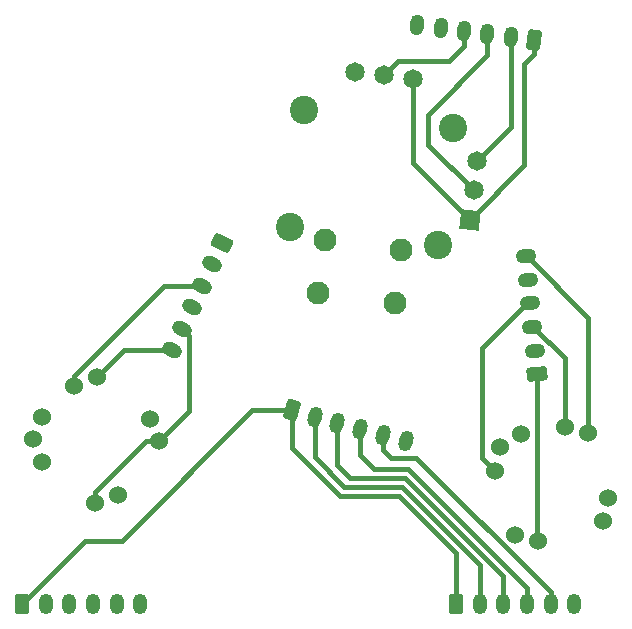
<source format=gbr>
%TF.GenerationSoftware,KiCad,Pcbnew,8.0.1*%
%TF.CreationDate,2024-04-24T21:25:30+12:00*%
%TF.ProjectId,collective-hat-pcb,636f6c6c-6563-4746-9976-652d6861742d,rev?*%
%TF.SameCoordinates,Original*%
%TF.FileFunction,Copper,L1,Top*%
%TF.FilePolarity,Positive*%
%FSLAX46Y46*%
G04 Gerber Fmt 4.6, Leading zero omitted, Abs format (unit mm)*
G04 Created by KiCad (PCBNEW 8.0.1) date 2024-04-24 21:25:30*
%MOMM*%
%LPD*%
G01*
G04 APERTURE LIST*
G04 Aperture macros list*
%AMRoundRect*
0 Rectangle with rounded corners*
0 $1 Rounding radius*
0 $2 $3 $4 $5 $6 $7 $8 $9 X,Y pos of 4 corners*
0 Add a 4 corners polygon primitive as box body*
4,1,4,$2,$3,$4,$5,$6,$7,$8,$9,$2,$3,0*
0 Add four circle primitives for the rounded corners*
1,1,$1+$1,$2,$3*
1,1,$1+$1,$4,$5*
1,1,$1+$1,$6,$7*
1,1,$1+$1,$8,$9*
0 Add four rect primitives between the rounded corners*
20,1,$1+$1,$2,$3,$4,$5,0*
20,1,$1+$1,$4,$5,$6,$7,0*
20,1,$1+$1,$6,$7,$8,$9,0*
20,1,$1+$1,$8,$9,$2,$3,0*%
%AMHorizOval*
0 Thick line with rounded ends*
0 $1 width*
0 $2 $3 position (X,Y) of the first rounded end (center of the circle)*
0 $4 $5 position (X,Y) of the second rounded end (center of the circle)*
0 Add line between two ends*
20,1,$1,$2,$3,$4,$5,0*
0 Add two circle primitives to create the rounded ends*
1,1,$1,$2,$3*
1,1,$1,$4,$5*%
%AMRotRect*
0 Rectangle, with rotation*
0 The origin of the aperture is its center*
0 $1 length*
0 $2 width*
0 $3 Rotation angle, in degrees counterclockwise*
0 Add horizontal line*
21,1,$1,$2,0,0,$3*%
G04 Aperture macros list end*
%TA.AperFunction,ComponentPad*%
%ADD10RoundRect,0.250000X-0.350000X-0.625000X0.350000X-0.625000X0.350000X0.625000X-0.350000X0.625000X0*%
%TD*%
%TA.AperFunction,ComponentPad*%
%ADD11O,1.200000X1.750000*%
%TD*%
%TA.AperFunction,ComponentPad*%
%ADD12RoundRect,0.250000X-0.499836X-0.513117X0.176312X-0.694290X0.499836X0.513117X-0.176312X0.694290X0*%
%TD*%
%TA.AperFunction,ComponentPad*%
%ADD13HorizOval,1.200000X-0.071175X-0.265630X0.071175X0.265630X0*%
%TD*%
%TA.AperFunction,ComponentPad*%
%ADD14RoundRect,0.250000X0.653126X-0.294196X0.592117X0.403140X-0.653126X0.294196X-0.592117X-0.403140X0*%
%TD*%
%TA.AperFunction,ComponentPad*%
%ADD15HorizOval,1.200000X0.273954X0.023968X-0.273954X-0.023968X0*%
%TD*%
%TA.AperFunction,ComponentPad*%
%ADD16RoundRect,0.250000X-0.418526X0.581344X-0.714359X-0.053071X0.418526X-0.581344X0.714359X0.053071X0*%
%TD*%
%TA.AperFunction,ComponentPad*%
%ADD17HorizOval,1.200000X-0.249235X0.116220X0.249235X-0.116220X0*%
%TD*%
%TA.AperFunction,ComponentPad*%
%ADD18RoundRect,0.250000X0.423559X0.577687X-0.271223X0.662996X-0.423559X-0.577687X0.271223X-0.662996X0*%
%TD*%
%TA.AperFunction,ComponentPad*%
%ADD19HorizOval,1.200000X0.033514X0.272950X-0.033514X-0.272950X0*%
%TD*%
%TA.AperFunction,ComponentPad*%
%ADD20C,1.950000*%
%TD*%
%TA.AperFunction,ComponentPad*%
%ADD21C,2.400000*%
%TD*%
%TA.AperFunction,ComponentPad*%
%ADD22RotRect,1.650000X1.650000X353.000000*%
%TD*%
%TA.AperFunction,ComponentPad*%
%ADD23C,1.650000*%
%TD*%
%TA.AperFunction,ComponentPad*%
%ADD24C,1.524000*%
%TD*%
%TA.AperFunction,Conductor*%
%ADD25C,0.400000*%
%TD*%
G04 APERTURE END LIST*
D10*
%TO.P,J6,1,Pin_1*%
%TO.N,Net-(J4-Pin_1)*%
X98458000Y-113284000D03*
D11*
%TO.P,J6,2,Pin_2*%
%TO.N,Net-(J4-Pin_2)*%
X100458000Y-113284000D03*
%TO.P,J6,3,Pin_3*%
%TO.N,Net-(J4-Pin_3)*%
X102458000Y-113284000D03*
%TO.P,J6,4,Pin_4*%
%TO.N,Net-(J4-Pin_4)*%
X104458000Y-113284000D03*
%TO.P,J6,5,Pin_5*%
%TO.N,Net-(J4-Pin_5)*%
X106458000Y-113284000D03*
%TO.P,J6,6,Pin_6*%
%TO.N,Net-(J4-Pin_6)*%
X108458000Y-113284000D03*
%TD*%
D10*
%TO.P,J5,1,Pin_1*%
%TO.N,Net-(J4-Pin_1)*%
X135192000Y-113284000D03*
D11*
%TO.P,J5,2,Pin_2*%
%TO.N,Net-(J4-Pin_2)*%
X137192000Y-113284000D03*
%TO.P,J5,3,Pin_3*%
%TO.N,Net-(J4-Pin_3)*%
X139192000Y-113284000D03*
%TO.P,J5,4,Pin_4*%
%TO.N,Net-(J4-Pin_4)*%
X141192000Y-113284000D03*
%TO.P,J5,5,Pin_5*%
%TO.N,Net-(J4-Pin_5)*%
X143192000Y-113284000D03*
%TO.P,J5,6,Pin_6*%
%TO.N,Net-(J4-Pin_6)*%
X145192000Y-113284000D03*
%TD*%
D12*
%TO.P,J4,1,Pin_1*%
%TO.N,Net-(J4-Pin_1)*%
X121280478Y-96923387D03*
D13*
%TO.P,J4,2,Pin_2*%
%TO.N,Net-(J4-Pin_2)*%
X123212329Y-97441025D03*
%TO.P,J4,3,Pin_3*%
%TO.N,Net-(J4-Pin_3)*%
X125144181Y-97958664D03*
%TO.P,J4,4,Pin_4*%
%TO.N,Net-(J4-Pin_4)*%
X127076033Y-98476302D03*
%TO.P,J4,5,Pin_5*%
%TO.N,Net-(J4-Pin_5)*%
X129007884Y-98993938D03*
%TO.P,J4,6,Pin_6*%
%TO.N,Net-(J4-Pin_6)*%
X130939736Y-99511578D03*
%TD*%
D14*
%TO.P,J3,1,Pin_1*%
%TO.N,Net-(J3-Pin_1)*%
X142013102Y-93840505D03*
D15*
%TO.P,J3,2,Pin_2*%
%TO.N,Net-(J3-Pin_2)*%
X141838790Y-91848116D03*
%TO.P,J3,3,Pin_3*%
%TO.N,Net-(J3-Pin_3)*%
X141664480Y-89855726D03*
%TO.P,J3,4,Pin_4*%
%TO.N,Net-(J3-Pin_4)*%
X141490168Y-87863337D03*
%TO.P,J3,5,Pin_5*%
%TO.N,Net-(J3-Pin_5)*%
X141315855Y-85870948D03*
%TO.P,J3,6,Pin_6*%
%TO.N,Net-(J3-Pin_6)*%
X141141545Y-83878557D03*
%TD*%
D16*
%TO.P,J2,1,Pin_1*%
%TO.N,Net-(J2-Pin_1)*%
X115365762Y-82746874D03*
D17*
%TO.P,J2,2,Pin_2*%
%TO.N,Net-(J2-Pin_2)*%
X114520525Y-84559489D03*
%TO.P,J2,3,Pin_3*%
%TO.N,Net-(J2-Pin_3)*%
X113675289Y-86372105D03*
%TO.P,J2,4,Pin_4*%
%TO.N,Net-(J2-Pin_4)*%
X112830052Y-88184721D03*
%TO.P,J2,5,Pin_5*%
%TO.N,Net-(J2-Pin_5)*%
X111984816Y-89997337D03*
%TO.P,J2,6,Pin_6*%
%TO.N,Net-(J2-Pin_6)*%
X111139579Y-91809952D03*
%TD*%
D18*
%TO.P,J1,1,Pin_1*%
%TO.N,Net-(J1-Pin_1)*%
X141824151Y-65525085D03*
D19*
%TO.P,J1,2,Pin_2*%
%TO.N,Net-(J1-Pin_2)*%
X139839059Y-65281346D03*
%TO.P,J1,3,Pin_3*%
%TO.N,Net-(J1-Pin_3)*%
X137853966Y-65037608D03*
%TO.P,J1,4,Pin_4*%
%TO.N,Net-(J1-Pin_4)*%
X135868874Y-64793869D03*
%TO.P,J1,5,Pin_5*%
%TO.N,Net-(J1-Pin_5)*%
X133883782Y-64550130D03*
%TO.P,J1,6,Pin_6*%
%TO.N,unconnected-(J1-Pin_6-Pad6)*%
X131898689Y-64306392D03*
%TD*%
D20*
%TO.P,R1,A,A*%
%TO.N,Net-(J1-Pin_5)*%
X124089476Y-82527065D03*
%TO.P,R1,B,B*%
X130541027Y-83319216D03*
%TO.P,R1,C,C*%
%TO.N,Net-(J1-Pin_2)*%
X123541065Y-86993522D03*
%TO.P,R1,D,D*%
X129992614Y-87785674D03*
D21*
%TO.P,R1,S1*%
%TO.N,N/C*%
X134903201Y-73024093D03*
%TO.P,R1,S2*%
X122347492Y-71482446D03*
%TO.P,R1,S3*%
X121128799Y-81407907D03*
%TO.P,R1,S4*%
X133684508Y-82949554D03*
D22*
%TO.P,R1,VR1_1,VR1_1*%
%TO.N,Net-(J1-Pin_1)*%
X136376254Y-80761285D03*
D23*
%TO.P,R1,VR1_2,VR1_2*%
%TO.N,Net-(J1-Pin_3)*%
X136680928Y-78279920D03*
%TO.P,R1,VR1_3,VR1_3*%
%TO.N,Net-(J1-Pin_2)*%
X136985602Y-75798554D03*
%TO.P,R1,VR2_1,VR2_1*%
%TO.N,Net-(J1-Pin_1)*%
X131561285Y-68855746D03*
%TO.P,R1,VR2_2,VR2_2*%
%TO.N,Net-(J1-Pin_4)*%
X129079920Y-68551072D03*
%TO.P,R1,VR2_3,VR2_3*%
%TO.N,Net-(J1-Pin_2)*%
X126598554Y-68246398D03*
%TD*%
D24*
%TO.P,SW2,1,A*%
%TO.N,Net-(J2-Pin_1)*%
X106533002Y-104048669D03*
%TO.P,SW2,2,B*%
%TO.N,Net-(J2-Pin_2)*%
X109308669Y-97618998D03*
%TO.P,SW2,3,C*%
%TO.N,Net-(J2-Pin_3)*%
X102878998Y-94843331D03*
%TO.P,SW2,4,D*%
%TO.N,Net-(J2-Pin_4)*%
X100103331Y-101273002D03*
%TO.P,SW2,5,PUSH*%
%TO.N,Net-(J2-Pin_5)*%
X99352263Y-99374581D03*
X104634581Y-104799737D03*
X110059737Y-99517419D03*
%TO.P,SW2,6,COM*%
%TO.N,Net-(J2-Pin_6)*%
X104777419Y-94092263D03*
%TO.P,SW2,7,GND*%
X100150198Y-97507659D03*
%TD*%
%TO.P,SW1,1,A*%
%TO.N,Net-(J3-Pin_1)*%
X142132610Y-107974211D03*
%TO.P,SW1,2,B*%
%TO.N,Net-(J3-Pin_2)*%
X148094211Y-104299390D03*
%TO.P,SW1,3,C*%
%TO.N,Net-(J3-Pin_3)*%
X144419390Y-98337789D03*
%TO.P,SW1,4,D*%
%TO.N,Net-(J3-Pin_4)*%
X138457789Y-102012610D03*
%TO.P,SW1,5,PUSH*%
%TO.N,Net-(J3-Pin_5)*%
X138931439Y-100026720D03*
X140146720Y-107500561D03*
X147620561Y-106285280D03*
%TO.P,SW1,6,COM*%
%TO.N,Net-(J3-Pin_6)*%
X146405280Y-98811439D03*
%TO.P,SW1,7,GND*%
X140655892Y-98955103D03*
%TD*%
D25*
%TO.N,Net-(J4-Pin_1)*%
X106934000Y-107950000D02*
X117960613Y-96923387D01*
X103792000Y-107950000D02*
X106934000Y-107950000D01*
X117960613Y-96923387D02*
X121280478Y-96923387D01*
X98458000Y-113284000D02*
X103792000Y-107950000D01*
%TO.N,Net-(J4-Pin_5)*%
X129007884Y-100305884D02*
X129007884Y-98993938D01*
X129659653Y-100957653D02*
X129007884Y-100305884D01*
X131819074Y-100957653D02*
X129659653Y-100957653D01*
X143192000Y-112330579D02*
X131819074Y-100957653D01*
X143192000Y-113284000D02*
X143192000Y-112330579D01*
%TO.N,Net-(J4-Pin_4)*%
X128270000Y-101854000D02*
X127076033Y-100660033D01*
X131099560Y-101854000D02*
X128270000Y-101854000D01*
X127076033Y-100660033D02*
X127076033Y-98476302D01*
X141192000Y-111946440D02*
X131099560Y-101854000D01*
X141192000Y-113284000D02*
X141192000Y-111946440D01*
%TO.N,Net-(J4-Pin_3)*%
X125144181Y-101522181D02*
X125144181Y-97958664D01*
X126238000Y-102616000D02*
X125144181Y-101522181D01*
X130841938Y-102616000D02*
X126238000Y-102616000D01*
X139192000Y-110966062D02*
X130841938Y-102616000D01*
X139192000Y-113284000D02*
X139192000Y-110966062D01*
%TO.N,Net-(J4-Pin_2)*%
X123212329Y-100860329D02*
X123212329Y-97441025D01*
X125730000Y-103378000D02*
X123212329Y-100860329D01*
X137192000Y-109978575D02*
X130591425Y-103378000D01*
X130591425Y-103378000D02*
X125730000Y-103378000D01*
X137192000Y-113284000D02*
X137192000Y-109978575D01*
%TO.N,Net-(J4-Pin_1)*%
X121280478Y-100063915D02*
X121280478Y-96923387D01*
X130326690Y-104140000D02*
X125356563Y-104140000D01*
X125356563Y-104140000D02*
X121280478Y-100063915D01*
X135192000Y-109005310D02*
X130326690Y-104140000D01*
X135192000Y-113284000D02*
X135192000Y-109005310D01*
%TO.N,Net-(J3-Pin_4)*%
X141192246Y-87863337D02*
X137414000Y-91641583D01*
X137414000Y-91641583D02*
X137414000Y-100968821D01*
X141490168Y-87863337D02*
X141192246Y-87863337D01*
X137414000Y-100968821D02*
X138457789Y-102012610D01*
%TO.N,Net-(J3-Pin_6)*%
X141216625Y-83878557D02*
X146405280Y-89067212D01*
X141141545Y-83878557D02*
X141216625Y-83878557D01*
X146405280Y-89067212D02*
X146405280Y-98811439D01*
%TO.N,Net-(J3-Pin_1)*%
X142013102Y-93840505D02*
X142013102Y-107854703D01*
X142013102Y-107854703D02*
X142132610Y-107974211D01*
%TO.N,Net-(J3-Pin_3)*%
X144419390Y-92524918D02*
X144419390Y-98337789D01*
X141664480Y-89855726D02*
X141750198Y-89855726D01*
X141750198Y-89855726D02*
X144419390Y-92524918D01*
%TO.N,Net-(J1-Pin_4)*%
X135868874Y-66061126D02*
X135868874Y-64793869D01*
X134620000Y-67310000D02*
X135868874Y-66061126D01*
X130320992Y-67310000D02*
X134620000Y-67310000D01*
X129079920Y-68551072D02*
X130320992Y-67310000D01*
%TO.N,Net-(J1-Pin_1)*%
X131561285Y-75946316D02*
X131561285Y-68855746D01*
X136376254Y-80761285D02*
X131561285Y-75946316D01*
X141824151Y-66709849D02*
X141824151Y-65525085D01*
X140970000Y-67564000D02*
X141824151Y-66709849D01*
X140970000Y-76167539D02*
X140970000Y-67564000D01*
X136376254Y-80761285D02*
X140970000Y-76167539D01*
%TO.N,Net-(J1-Pin_3)*%
X132842000Y-74440992D02*
X136680928Y-78279920D01*
X132842000Y-71882000D02*
X132842000Y-74440992D01*
X137853966Y-66870034D02*
X132842000Y-71882000D01*
X137853966Y-65037608D02*
X137853966Y-66870034D01*
%TO.N,Net-(J1-Pin_2)*%
X139839059Y-72945097D02*
X136985602Y-75798554D01*
X139839059Y-65281346D02*
X139839059Y-72945097D01*
%TO.N,Net-(J2-Pin_5)*%
X104634581Y-103864945D02*
X104634581Y-104799737D01*
X110059737Y-99517419D02*
X108982107Y-99517419D01*
X108982107Y-99517419D02*
X104634581Y-103864945D01*
X112578312Y-96998844D02*
X110059737Y-99517419D01*
X112578312Y-90590833D02*
X112578312Y-96998844D01*
X111984816Y-89997337D02*
X112578312Y-90590833D01*
%TO.N,Net-(J2-Pin_6)*%
X107072048Y-91809952D02*
X111139579Y-91809952D01*
X105918000Y-92964000D02*
X107072048Y-91809952D01*
X105905682Y-92964000D02*
X105918000Y-92964000D01*
X104777419Y-94092263D02*
X105905682Y-92964000D01*
%TO.N,Net-(J2-Pin_3)*%
X110477895Y-86372105D02*
X113675289Y-86372105D01*
X102878998Y-93971002D02*
X110477895Y-86372105D01*
X102878998Y-94843331D02*
X102878998Y-93971002D01*
%TD*%
M02*

</source>
